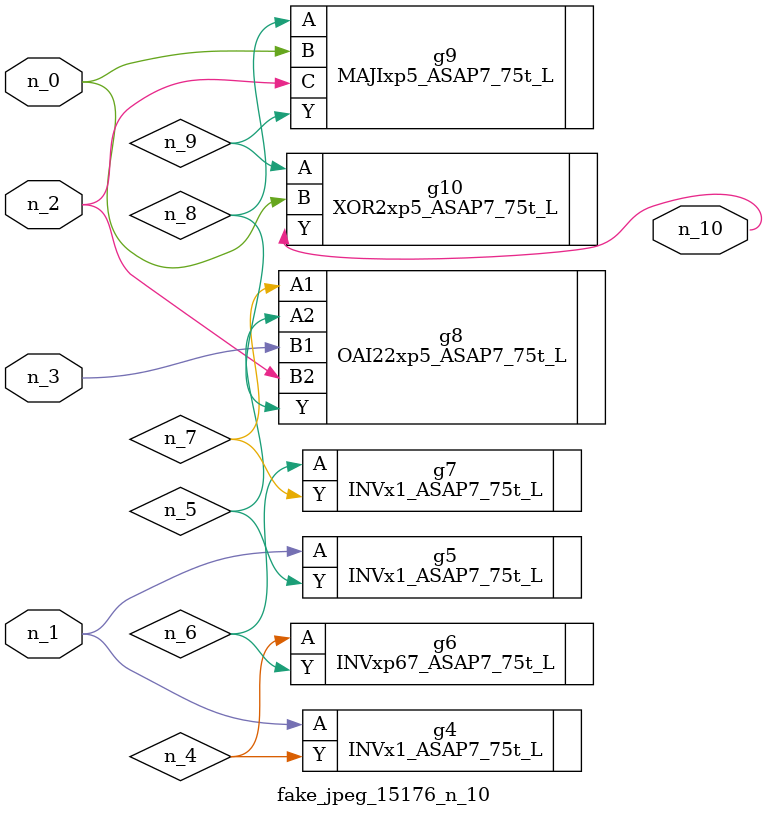
<source format=v>
module fake_jpeg_15176_n_10 (n_0, n_3, n_2, n_1, n_10);

input n_0;
input n_3;
input n_2;
input n_1;

output n_10;

wire n_4;
wire n_8;
wire n_9;
wire n_6;
wire n_5;
wire n_7;

INVx1_ASAP7_75t_L g4 ( 
.A(n_1),
.Y(n_4)
);

INVx1_ASAP7_75t_L g5 ( 
.A(n_1),
.Y(n_5)
);

INVxp67_ASAP7_75t_L g6 ( 
.A(n_4),
.Y(n_6)
);

INVx1_ASAP7_75t_L g7 ( 
.A(n_6),
.Y(n_7)
);

OAI22xp5_ASAP7_75t_L g8 ( 
.A1(n_7),
.A2(n_5),
.B1(n_3),
.B2(n_2),
.Y(n_8)
);

MAJIxp5_ASAP7_75t_L g9 ( 
.A(n_8),
.B(n_0),
.C(n_2),
.Y(n_9)
);

XOR2xp5_ASAP7_75t_L g10 ( 
.A(n_9),
.B(n_0),
.Y(n_10)
);


endmodule
</source>
